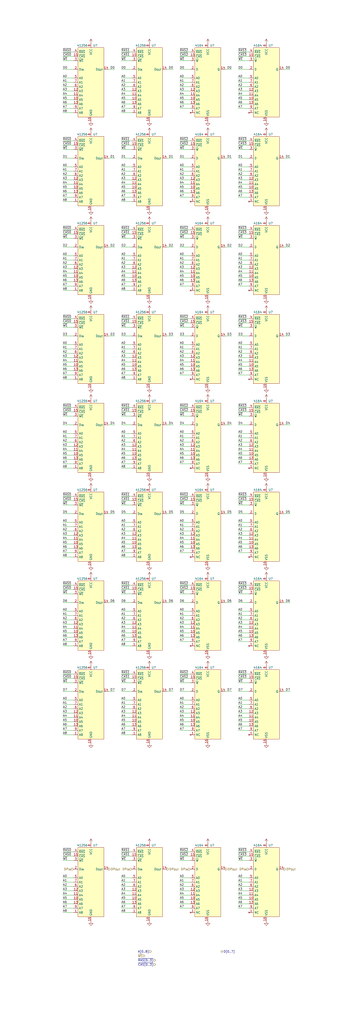
<source format=kicad_sch>
(kicad_sch (version 20211123) (generator eeschema)
  (paper "User" 200 599.999)
  (title_block (title "DRAM"))
  (wire (pts (xy 105.41 100.33) (xy 111.76 100.33)))
  (wire (pts (xy 36.83 300.99) (xy 43.18 300.99)))
  (wire (pts (xy 71.12 360.68) (xy 77.47 360.68)))
  (wire (pts (xy 105.41 321.31) (xy 111.76 321.31)))
  (wire (pts (xy 36.83 162.56) (xy 43.18 162.56)))
  (wire (pts (xy 139.7 154.94) (xy 146.05 154.94)))
  (wire (pts (xy 105.41 300.99) (xy 111.76 300.99)))
  (wire (pts (xy 71.12 134.62) (xy 77.47 134.62)))
  (wire (pts (xy 139.7 238.76) (xy 146.05 238.76)))
  (wire (pts (xy 71.12 293.37) (xy 77.47 293.37)))
  (wire (pts (xy 105.41 92.71) (xy 111.76 92.71)))
  (wire (pts (xy 105.41 516.89) (xy 111.76 516.89)))
  (wire (pts (xy 36.83 254) (xy 43.18 254)))
  (wire (pts (xy 36.83 157.48) (xy 43.18 157.48)))
  (wire (pts (xy 139.7 115.57) (xy 146.05 115.57)))
  (wire (pts (xy 105.41 318.77) (xy 111.76 318.77)))
  (wire (pts (xy 36.83 318.77) (xy 43.18 318.77)))
  (wire (pts (xy 105.41 139.7) (xy 111.76 139.7)))
  (wire (pts (xy 166.37 405.13) (xy 170.18 405.13)))
  (wire (pts (xy 139.7 113.03) (xy 146.05 113.03)))
  (wire (pts (xy 139.7 427.99) (xy 146.05 427.99)))
  (wire (pts (xy 105.41 410.21) (xy 111.76 410.21)))
  (wire (pts (xy 105.41 115.57) (xy 111.76 115.57)))
  (wire (pts (xy 139.7 256.54) (xy 146.05 256.54)))
  (wire (pts (xy 36.83 53.34) (xy 43.18 53.34)))
  (wire (pts (xy 139.7 516.89) (xy 146.05 516.89)))
  (wire (pts (xy 139.7 318.77) (xy 146.05 318.77)))
  (wire (pts (xy 97.79 405.13) (xy 101.6 405.13)))
  (wire (pts (xy 139.7 300.99) (xy 146.05 300.99)))
  (wire (pts (xy 71.12 186.69) (xy 77.47 186.69)))
  (wire (pts (xy 139.7 48.26) (xy 146.05 48.26)))
  (wire (pts (xy 166.37 40.64) (xy 170.18 40.64)))
  (wire (pts (xy 139.7 191.77) (xy 146.05 191.77)))
  (wire (pts (xy 105.41 290.83) (xy 111.76 290.83)))
  (wire (pts (xy 71.12 191.77) (xy 77.47 191.77)))
  (wire (pts (xy 139.7 410.21) (xy 146.05 410.21)))
  (wire (pts (xy 105.41 373.38) (xy 111.76 373.38)))
  (wire (pts (xy 139.7 514.35) (xy 146.05 514.35)))
  (wire (pts (xy 36.83 201.93) (xy 43.18 201.93)))
  (wire (pts (xy 36.83 149.86) (xy 43.18 149.86)))
  (wire (pts (xy 105.41 162.56) (xy 111.76 162.56)))
  (wire (pts (xy 71.12 534.67) (xy 77.47 534.67)))
  (wire (pts (xy 139.7 295.91) (xy 146.05 295.91)))
  (wire (pts (xy 166.37 353.06) (xy 170.18 353.06)))
  (wire (pts (xy 71.12 425.45) (xy 77.47 425.45)))
  (wire (pts (xy 139.7 35.56) (xy 146.05 35.56)))
  (wire (pts (xy 139.7 82.55) (xy 146.05 82.55)))
  (wire (pts (xy 105.41 30.48) (xy 111.76 30.48)))
  (wire (pts (xy 71.12 516.89) (xy 77.47 516.89)))
  (wire (pts (xy 71.12 154.94) (xy 77.47 154.94)))
  (wire (pts (xy 105.41 323.85) (xy 111.76 323.85)))
  (wire (pts (xy 36.83 100.33) (xy 43.18 100.33)))
  (wire (pts (xy 105.41 45.72) (xy 111.76 45.72)))
  (wire (pts (xy 36.83 342.9) (xy 43.18 342.9)))
  (wire (pts (xy 105.41 342.9) (xy 111.76 342.9)))
  (wire (pts (xy 105.41 519.43) (xy 111.76 519.43)))
  (wire (pts (xy 105.41 254) (xy 111.76 254)))
  (wire (pts (xy 36.83 501.65) (xy 43.18 501.65)))
  (wire (pts (xy 105.41 524.51) (xy 111.76 524.51)))
  (wire (pts (xy 105.41 259.08) (xy 111.76 259.08)))
  (wire (pts (xy 105.41 63.5) (xy 111.76 63.5)))
  (wire (pts (xy 105.41 422.91) (xy 111.76 422.91)))
  (wire (pts (xy 71.12 196.85) (xy 77.47 196.85)))
  (wire (pts (xy 36.83 521.97) (xy 43.18 521.97)))
  (wire (pts (xy 36.83 326.39) (xy 43.18 326.39)))
  (wire (pts (xy 71.12 311.15) (xy 77.47 311.15)))
  (wire (pts (xy 132.08 405.13) (xy 135.89 405.13)))
  (wire (pts (xy 105.41 48.26) (xy 111.76 48.26)))
  (wire (pts (xy 139.7 107.95) (xy 146.05 107.95)))
  (wire (pts (xy 105.41 269.24) (xy 111.76 269.24)))
  (wire (pts (xy 71.12 529.59) (xy 77.47 529.59)))
  (wire (pts (xy 36.83 55.88) (xy 43.18 55.88)))
  (wire (pts (xy 139.7 375.92) (xy 146.05 375.92)))
  (wire (pts (xy 105.41 189.23) (xy 111.76 189.23)))
  (wire (pts (xy 36.83 266.7) (xy 43.18 266.7)))
  (wire (pts (xy 71.12 415.29) (xy 77.47 415.29)))
  (wire (pts (xy 71.12 48.26) (xy 77.47 48.26)))
  (wire (pts (xy 71.12 66.04) (xy 77.47 66.04)))
  (wire (pts (xy 139.7 271.78) (xy 146.05 271.78)))
  (wire (pts (xy 36.83 139.7) (xy 43.18 139.7)))
  (wire (pts (xy 105.41 55.88) (xy 111.76 55.88)))
  (wire (pts (xy 139.7 519.43) (xy 146.05 519.43)))
  (wire (pts (xy 71.12 102.87) (xy 77.47 102.87)))
  (wire (pts (xy 139.7 209.55) (xy 146.05 209.55)))
  (wire (pts (xy 36.83 152.4) (xy 43.18 152.4)))
  (wire (pts (xy 71.12 342.9) (xy 77.47 342.9)))
  (wire (pts (xy 132.08 144.78) (xy 135.89 144.78)))
  (wire (pts (xy 36.83 323.85) (xy 43.18 323.85)))
  (wire (pts (xy 36.83 363.22) (xy 43.18 363.22)))
  (wire (pts (xy 71.12 241.3) (xy 77.47 241.3)))
  (wire (pts (xy 139.7 214.63) (xy 146.05 214.63)))
  (wire (pts (xy 105.41 58.42) (xy 111.76 58.42)))
  (wire (pts (xy 71.12 430.53) (xy 77.47 430.53)))
  (wire (pts (xy 139.7 313.69) (xy 146.05 313.69)))
  (wire (pts (xy 36.83 311.15) (xy 43.18 311.15)))
  (wire (pts (xy 63.5 144.78) (xy 67.31 144.78)))
  (wire (pts (xy 71.12 33.02) (xy 77.47 33.02)))
  (wire (pts (xy 71.12 207.01) (xy 77.47 207.01)))
  (wire (pts (xy 105.41 144.78) (xy 111.76 144.78)))
  (wire (pts (xy 71.12 189.23) (xy 77.47 189.23)))
  (wire (pts (xy 71.12 254) (xy 77.47 254)))
  (wire (pts (xy 36.83 243.84) (xy 43.18 243.84)))
  (wire (pts (xy 36.83 527.05) (xy 43.18 527.05)))
  (wire (pts (xy 105.41 219.71) (xy 111.76 219.71)))
  (wire (pts (xy 71.12 160.02) (xy 77.47 160.02)))
  (wire (pts (xy 71.12 363.22) (xy 77.47 363.22)))
  (wire (pts (xy 139.7 92.71) (xy 146.05 92.71)))
  (wire (pts (xy 139.7 50.8) (xy 146.05 50.8)))
  (wire (pts (xy 105.41 308.61) (xy 111.76 308.61)))
  (wire (pts (xy 71.12 107.95) (xy 77.47 107.95)))
  (wire (pts (xy 105.41 514.35) (xy 111.76 514.35)))
  (wire (pts (xy 105.41 313.69) (xy 111.76 313.69)))
  (wire (pts (xy 97.79 92.71) (xy 101.6 92.71)))
  (wire (pts (xy 105.41 152.4) (xy 111.76 152.4)))
  (wire (pts (xy 63.5 196.85) (xy 67.31 196.85)))
  (wire (pts (xy 71.12 410.21) (xy 77.47 410.21)))
  (wire (pts (xy 36.83 316.23) (xy 43.18 316.23)))
  (wire (pts (xy 71.12 427.99) (xy 77.47 427.99)))
  (wire (pts (xy 139.7 420.37) (xy 146.05 420.37)))
  (wire (pts (xy 36.83 313.69) (xy 43.18 313.69)))
  (wire (pts (xy 105.41 425.45) (xy 111.76 425.45)))
  (wire (pts (xy 105.41 217.17) (xy 111.76 217.17)))
  (wire (pts (xy 132.08 248.92) (xy 135.89 248.92)))
  (wire (pts (xy 36.83 97.79) (xy 43.18 97.79)))
  (wire (pts (xy 71.12 370.84) (xy 77.47 370.84)))
  (wire (pts (xy 139.7 323.85) (xy 146.05 323.85)))
  (wire (pts (xy 71.12 201.93) (xy 77.47 201.93)))
  (wire (pts (xy 36.83 514.35) (xy 43.18 514.35)))
  (wire (pts (xy 36.83 40.64) (xy 43.18 40.64)))
  (wire (pts (xy 132.08 40.64) (xy 135.89 40.64)))
  (wire (pts (xy 105.41 394.97) (xy 111.76 394.97)))
  (wire (pts (xy 105.41 353.06) (xy 111.76 353.06)))
  (wire (pts (xy 36.83 529.59) (xy 43.18 529.59)))
  (wire (pts (xy 139.7 417.83) (xy 146.05 417.83)))
  (wire (pts (xy 36.83 50.8) (xy 43.18 50.8)))
  (wire (pts (xy 71.12 422.91) (xy 77.47 422.91)))
  (wire (pts (xy 105.41 427.99) (xy 111.76 427.99)))
  (wire (pts (xy 139.7 204.47) (xy 146.05 204.47)))
  (wire (pts (xy 105.41 35.56) (xy 111.76 35.56)))
  (wire (pts (xy 97.79 248.92) (xy 101.6 248.92)))
  (wire (pts (xy 139.7 217.17) (xy 146.05 217.17)))
  (wire (pts (xy 36.83 347.98) (xy 43.18 347.98)))
  (wire (pts (xy 139.7 55.88) (xy 146.05 55.88)))
  (wire (pts (xy 36.83 295.91) (xy 43.18 295.91)))
  (wire (pts (xy 36.83 33.02) (xy 43.18 33.02)))
  (wire (pts (xy 139.7 316.23) (xy 146.05 316.23)))
  (wire (pts (xy 105.41 214.63) (xy 111.76 214.63)))
  (wire (pts (xy 36.83 110.49) (xy 43.18 110.49)))
  (wire (pts (xy 139.7 63.5) (xy 146.05 63.5)))
  (wire (pts (xy 71.12 345.44) (xy 77.47 345.44)))
  (wire (pts (xy 105.41 201.93) (xy 111.76 201.93)))
  (wire (pts (xy 71.12 397.51) (xy 77.47 397.51)))
  (wire (pts (xy 71.12 209.55) (xy 77.47 209.55)))
  (wire (pts (xy 36.83 160.02) (xy 43.18 160.02)))
  (wire (pts (xy 105.41 397.51) (xy 111.76 397.51)))
  (wire (pts (xy 36.83 165.1) (xy 43.18 165.1)))
  (wire (pts (xy 71.12 157.48) (xy 77.47 157.48)))
  (wire (pts (xy 105.41 110.49) (xy 111.76 110.49)))
  (wire (pts (xy 139.7 368.3) (xy 146.05 368.3)))
  (wire (pts (xy 71.12 368.3) (xy 77.47 368.3)))
  (wire (pts (xy 105.41 167.64) (xy 111.76 167.64)))
  (wire (pts (xy 71.12 85.09) (xy 77.47 85.09)))
  (wire (pts (xy 139.7 33.02) (xy 146.05 33.02)))
  (wire (pts (xy 36.83 87.63) (xy 43.18 87.63)))
  (wire (pts (xy 71.12 82.55) (xy 77.47 82.55)))
  (wire (pts (xy 36.83 370.84) (xy 43.18 370.84)))
  (wire (pts (xy 105.41 113.03) (xy 111.76 113.03)))
  (wire (pts (xy 105.41 196.85) (xy 111.76 196.85)))
  (wire (pts (xy 105.41 33.02) (xy 111.76 33.02)))
  (wire (pts (xy 105.41 53.34) (xy 111.76 53.34)))
  (wire (pts (xy 105.41 105.41) (xy 111.76 105.41)))
  (wire (pts (xy 166.37 196.85) (xy 170.18 196.85)))
  (wire (pts (xy 139.7 345.44) (xy 146.05 345.44)))
  (wire (pts (xy 139.7 241.3) (xy 146.05 241.3)))
  (wire (pts (xy 139.7 308.61) (xy 146.05 308.61)))
  (wire (pts (xy 105.41 248.92) (xy 111.76 248.92)))
  (wire (pts (xy 105.41 82.55) (xy 111.76 82.55)))
  (wire (pts (xy 63.5 405.13) (xy 67.31 405.13)))
  (wire (pts (xy 105.41 261.62) (xy 111.76 261.62)))
  (wire (pts (xy 36.83 259.08) (xy 43.18 259.08)))
  (wire (pts (xy 36.83 269.24) (xy 43.18 269.24)))
  (wire (pts (xy 71.12 256.54) (xy 77.47 256.54)))
  (wire (pts (xy 105.41 40.64) (xy 111.76 40.64)))
  (wire (pts (xy 139.7 269.24) (xy 146.05 269.24)))
  (wire (pts (xy 105.41 271.78) (xy 111.76 271.78)))
  (wire (pts (xy 139.7 149.86) (xy 146.05 149.86)))
  (wire (pts (xy 105.41 504.19) (xy 111.76 504.19)))
  (wire (pts (xy 63.5 353.06) (xy 67.31 353.06)))
  (wire (pts (xy 71.12 137.16) (xy 77.47 137.16)))
  (wire (pts (xy 71.12 238.76) (xy 77.47 238.76)))
  (wire (pts (xy 71.12 40.64) (xy 77.47 40.64)))
  (wire (pts (xy 71.12 326.39) (xy 77.47 326.39)))
  (wire (pts (xy 36.83 214.63) (xy 43.18 214.63)))
  (wire (pts (xy 139.7 266.7) (xy 146.05 266.7)))
  (wire (pts (xy 105.41 360.68) (xy 111.76 360.68)))
  (wire (pts (xy 71.12 524.51) (xy 77.47 524.51)))
  (wire (pts (xy 139.7 60.96) (xy 146.05 60.96)))
  (wire (pts (xy 71.12 300.99) (xy 77.47 300.99)))
  (wire (pts (xy 105.41 417.83) (xy 111.76 417.83)))
  (wire (pts (xy 71.12 248.92) (xy 77.47 248.92)))
  (wire (pts (xy 105.41 50.8) (xy 111.76 50.8)))
  (wire (pts (xy 63.5 300.99) (xy 67.31 300.99)))
  (wire (pts (xy 36.83 186.69) (xy 43.18 186.69)))
  (wire (pts (xy 166.37 92.71) (xy 170.18 92.71)))
  (wire (pts (xy 139.7 259.08) (xy 146.05 259.08)))
  (wire (pts (xy 105.41 204.47) (xy 111.76 204.47)))
  (wire (pts (xy 132.08 353.06) (xy 135.89 353.06)))
  (wire (pts (xy 97.79 40.64) (xy 101.6 40.64)))
  (wire (pts (xy 71.12 217.17) (xy 77.47 217.17)))
  (wire (pts (xy 71.12 152.4) (xy 77.47 152.4)))
  (wire (pts (xy 36.83 365.76) (xy 43.18 365.76)))
  (wire (pts (xy 36.83 524.51) (xy 43.18 524.51)))
  (wire (pts (xy 71.12 318.77) (xy 77.47 318.77)))
  (wire (pts (xy 105.41 311.15) (xy 111.76 311.15)))
  (wire (pts (xy 71.12 105.41) (xy 77.47 105.41)))
  (wire (pts (xy 139.7 162.56) (xy 146.05 162.56)))
  (wire (pts (xy 71.12 149.86) (xy 77.47 149.86)))
  (wire (pts (xy 139.7 306.07) (xy 146.05 306.07)))
  (wire (pts (xy 139.7 422.91) (xy 146.05 422.91)))
  (wire (pts (xy 36.83 222.25) (xy 43.18 222.25)))
  (wire (pts (xy 105.41 97.79) (xy 111.76 97.79)))
  (wire (pts (xy 105.41 134.62) (xy 111.76 134.62)))
  (wire (pts (xy 71.12 261.62) (xy 77.47 261.62)))
  (wire (pts (xy 139.7 100.33) (xy 146.05 100.33)))
  (wire (pts (xy 71.12 420.37) (xy 77.47 420.37)))
  (wire (pts (xy 36.83 274.32) (xy 43.18 274.32)))
  (wire (pts (xy 71.12 527.05) (xy 77.47 527.05)))
  (wire (pts (xy 105.41 365.76) (xy 111.76 365.76)))
  (wire (pts (xy 36.83 167.64) (xy 43.18 167.64)))
  (wire (pts (xy 105.41 405.13) (xy 111.76 405.13)))
  (wire (pts (xy 36.83 35.56) (xy 43.18 35.56)))
  (wire (pts (xy 139.7 207.01) (xy 146.05 207.01)))
  (wire (pts (xy 71.12 519.43) (xy 77.47 519.43)))
  (wire (pts (xy 139.7 347.98) (xy 146.05 347.98)))
  (wire (pts (xy 36.83 420.37) (xy 43.18 420.37)))
  (wire (pts (xy 36.83 66.04) (xy 43.18 66.04)))
  (wire (pts (xy 105.41 149.86) (xy 111.76 149.86)))
  (wire (pts (xy 139.7 363.22) (xy 146.05 363.22)))
  (wire (pts (xy 36.83 118.11) (xy 43.18 118.11)))
  (wire (pts (xy 36.83 219.71) (xy 43.18 219.71)))
  (wire (pts (xy 139.7 30.48) (xy 146.05 30.48)))
  (wire (pts (xy 36.83 516.89) (xy 43.18 516.89)))
  (wire (pts (xy 105.41 499.11) (xy 111.76 499.11)))
  (wire (pts (xy 139.7 139.7) (xy 146.05 139.7)))
  (wire (pts (xy 139.7 254) (xy 146.05 254)))
  (wire (pts (xy 36.83 191.77) (xy 43.18 191.77)))
  (wire (pts (xy 71.12 400.05) (xy 77.47 400.05)))
  (wire (pts (xy 36.83 405.13) (xy 43.18 405.13)))
  (wire (pts (xy 139.7 152.4) (xy 146.05 152.4)))
  (wire (pts (xy 139.7 370.84) (xy 146.05 370.84)))
  (wire (pts (xy 105.41 368.3) (xy 111.76 368.3)))
  (wire (pts (xy 71.12 97.79) (xy 77.47 97.79)))
  (wire (pts (xy 36.83 170.18) (xy 43.18 170.18)))
  (wire (pts (xy 36.83 115.57) (xy 43.18 115.57)))
  (wire (pts (xy 71.12 35.56) (xy 77.47 35.56)))
  (wire (pts (xy 71.12 113.03) (xy 77.47 113.03)))
  (wire (pts (xy 71.12 290.83) (xy 77.47 290.83)))
  (wire (pts (xy 71.12 504.19) (xy 77.47 504.19)))
  (wire (pts (xy 105.41 345.44) (xy 111.76 345.44)))
  (wire (pts (xy 105.41 400.05) (xy 111.76 400.05)))
  (wire (pts (xy 36.83 217.17) (xy 43.18 217.17)))
  (wire (pts (xy 71.12 378.46) (xy 77.47 378.46)))
  (wire (pts (xy 71.12 87.63) (xy 77.47 87.63)))
  (wire (pts (xy 36.83 189.23) (xy 43.18 189.23)))
  (wire (pts (xy 36.83 321.31) (xy 43.18 321.31)))
  (wire (pts (xy 36.83 113.03) (xy 43.18 113.03)))
  (wire (pts (xy 71.12 353.06) (xy 77.47 353.06)))
  (wire (pts (xy 105.41 209.55) (xy 111.76 209.55)))
  (wire (pts (xy 36.83 82.55) (xy 43.18 82.55)))
  (wire (pts (xy 132.08 196.85) (xy 135.89 196.85)))
  (wire (pts (xy 139.7 160.02) (xy 146.05 160.02)))
  (wire (pts (xy 36.83 238.76) (xy 43.18 238.76)))
  (wire (pts (xy 139.7 360.68) (xy 146.05 360.68)))
  (wire (pts (xy 105.41 241.3) (xy 111.76 241.3)))
  (wire (pts (xy 139.7 110.49) (xy 146.05 110.49)))
  (wire (pts (xy 36.83 504.19) (xy 43.18 504.19)))
  (wire (pts (xy 105.41 85.09) (xy 111.76 85.09)))
  (wire (pts (xy 105.41 370.84) (xy 111.76 370.84)))
  (wire (pts (xy 36.83 375.92) (xy 43.18 375.92)))
  (wire (pts (xy 139.7 342.9) (xy 146.05 342.9)))
  (wire (pts (xy 139.7 373.38) (xy 146.05 373.38)))
  (wire (pts (xy 71.12 308.61) (xy 77.47 308.61)))
  (wire (pts (xy 166.37 248.92) (xy 170.18 248.92)))
  (wire (pts (xy 36.83 397.51) (xy 43.18 397.51)))
  (wire (pts (xy 71.12 405.13) (xy 77.47 405.13)))
  (wire (pts (xy 71.12 45.72) (xy 77.47 45.72)))
  (wire (pts (xy 36.83 293.37) (xy 43.18 293.37)))
  (wire (pts (xy 105.41 375.92) (xy 111.76 375.92)))
  (wire (pts (xy 36.83 412.75) (xy 43.18 412.75)))
  (wire (pts (xy 105.41 316.23) (xy 111.76 316.23)))
  (wire (pts (xy 71.12 212.09) (xy 77.47 212.09)))
  (wire (pts (xy 139.7 293.37) (xy 146.05 293.37)))
  (wire (pts (xy 36.83 107.95) (xy 43.18 107.95)))
  (wire (pts (xy 139.7 189.23) (xy 146.05 189.23)))
  (wire (pts (xy 71.12 266.7) (xy 77.47 266.7)))
  (wire (pts (xy 139.7 529.59) (xy 146.05 529.59)))
  (wire (pts (xy 97.79 144.78) (xy 101.6 144.78)))
  (wire (pts (xy 139.7 105.41) (xy 146.05 105.41)))
  (wire (pts (xy 139.7 212.09) (xy 146.05 212.09)))
  (wire (pts (xy 105.41 293.37) (xy 111.76 293.37)))
  (wire (pts (xy 139.7 45.72) (xy 146.05 45.72)))
  (wire (pts (xy 36.83 400.05) (xy 43.18 400.05)))
  (wire (pts (xy 36.83 345.44) (xy 43.18 345.44)))
  (wire (pts (xy 71.12 271.78) (xy 77.47 271.78)))
  (wire (pts (xy 71.12 165.1) (xy 77.47 165.1)))
  (wire (pts (xy 36.83 248.92) (xy 43.18 248.92)))
  (wire (pts (xy 71.12 58.42) (xy 77.47 58.42)))
  (wire (pts (xy 36.83 261.62) (xy 43.18 261.62)))
  (wire (pts (xy 139.7 397.51) (xy 146.05 397.51)))
  (wire (pts (xy 139.7 40.64) (xy 146.05 40.64)))
  (wire (pts (xy 71.12 365.76) (xy 77.47 365.76)))
  (wire (pts (xy 71.12 323.85) (xy 77.47 323.85)))
  (wire (pts (xy 36.83 353.06) (xy 43.18 353.06)))
  (wire (pts (xy 71.12 514.35) (xy 77.47 514.35)))
  (wire (pts (xy 36.83 271.78) (xy 43.18 271.78)))
  (wire (pts (xy 71.12 60.96) (xy 77.47 60.96)))
  (wire (pts (xy 36.83 534.67) (xy 43.18 534.67)))
  (wire (pts (xy 71.12 316.23) (xy 77.47 316.23)))
  (wire (pts (xy 139.7 186.69) (xy 146.05 186.69)))
  (wire (pts (xy 71.12 358.14) (xy 77.47 358.14)))
  (wire (pts (xy 71.12 53.34) (xy 77.47 53.34)))
  (wire (pts (xy 71.12 139.7) (xy 77.47 139.7)))
  (wire (pts (xy 71.12 274.32) (xy 77.47 274.32)))
  (wire (pts (xy 36.83 204.47) (xy 43.18 204.47)))
  (wire (pts (xy 105.41 501.65) (xy 111.76 501.65)))
  (wire (pts (xy 71.12 321.31) (xy 77.47 321.31)))
  (wire (pts (xy 36.83 360.68) (xy 43.18 360.68)))
  (wire (pts (xy 139.7 405.13) (xy 146.05 405.13)))
  (wire (pts (xy 36.83 134.62) (xy 43.18 134.62)))
  (wire (pts (xy 36.83 264.16) (xy 43.18 264.16)))
  (wire (pts (xy 105.41 266.7) (xy 111.76 266.7)))
  (wire (pts (xy 139.7 394.97) (xy 146.05 394.97)))
  (wire (pts (xy 36.83 45.72) (xy 43.18 45.72)))
  (wire (pts (xy 105.41 157.48) (xy 111.76 157.48)))
  (wire (pts (xy 36.83 58.42) (xy 43.18 58.42)))
  (wire (pts (xy 36.83 105.41) (xy 43.18 105.41)))
  (wire (pts (xy 36.83 256.54) (xy 43.18 256.54)))
  (wire (pts (xy 36.83 30.48) (xy 43.18 30.48)))
  (wire (pts (xy 71.12 162.56) (xy 77.47 162.56)))
  (wire (pts (xy 139.7 321.31) (xy 146.05 321.31)))
  (wire (pts (xy 139.7 358.14) (xy 146.05 358.14)))
  (wire (pts (xy 105.41 60.96) (xy 111.76 60.96)))
  (wire (pts (xy 139.7 134.62) (xy 146.05 134.62)))
  (wire (pts (xy 36.83 373.38) (xy 43.18 373.38)))
  (wire (pts (xy 71.12 347.98) (xy 77.47 347.98)))
  (wire (pts (xy 36.83 410.21) (xy 43.18 410.21)))
  (wire (pts (xy 139.7 58.42) (xy 146.05 58.42)))
  (wire (pts (xy 105.41 160.02) (xy 111.76 160.02)))
  (wire (pts (xy 105.41 243.84) (xy 111.76 243.84)))
  (wire (pts (xy 71.12 521.97) (xy 77.47 521.97)))
  (wire (pts (xy 36.83 207.01) (xy 43.18 207.01)))
  (wire (pts (xy 105.41 527.05) (xy 111.76 527.05)))
  (wire (pts (xy 71.12 100.33) (xy 77.47 100.33)))
  (wire (pts (xy 105.41 529.59) (xy 111.76 529.59)))
  (wire (pts (xy 139.7 425.45) (xy 146.05 425.45)))
  (wire (pts (xy 36.83 427.99) (xy 43.18 427.99)))
  (wire (pts (xy 36.83 378.46) (xy 43.18 378.46)))
  (wire (pts (xy 139.7 527.05) (xy 146.05 527.05)))
  (wire (pts (xy 132.08 92.71) (xy 135.89 92.71)))
  (wire (pts (xy 166.37 300.99) (xy 170.18 300.99)))
  (wire (pts (xy 36.83 290.83) (xy 43.18 290.83)))
  (wire (pts (xy 36.83 415.29) (xy 43.18 415.29)))
  (wire (pts (xy 71.12 373.38) (xy 77.47 373.38)))
  (wire (pts (xy 139.7 521.97) (xy 146.05 521.97)))
  (wire (pts (xy 105.41 154.94) (xy 111.76 154.94)))
  (wire (pts (xy 139.7 85.09) (xy 146.05 85.09)))
  (wire (pts (xy 71.12 222.25) (xy 77.47 222.25)))
  (wire (pts (xy 71.12 204.47) (xy 77.47 204.47)))
  (wire (pts (xy 71.12 55.88) (xy 77.47 55.88)))
  (wire (pts (xy 71.12 170.18) (xy 77.47 170.18)))
  (wire (pts (xy 36.83 417.83) (xy 43.18 417.83)))
  (wire (pts (xy 63.5 40.64) (xy 67.31 40.64)))
  (wire (pts (xy 71.12 243.84) (xy 77.47 243.84)))
  (wire (pts (xy 105.41 306.07) (xy 111.76 306.07)))
  (wire (pts (xy 36.83 368.3) (xy 43.18 368.3)))
  (wire (pts (xy 71.12 412.75) (xy 77.47 412.75)))
  (wire (pts (xy 71.12 259.08) (xy 77.47 259.08)))
  (wire (pts (xy 36.83 422.91) (xy 43.18 422.91)))
  (wire (pts (xy 36.83 306.07) (xy 43.18 306.07)))
  (wire (pts (xy 139.7 504.19) (xy 146.05 504.19)))
  (wire (pts (xy 71.12 50.8) (xy 77.47 50.8)))
  (wire (pts (xy 71.12 115.57) (xy 77.47 115.57)))
  (wire (pts (xy 139.7 167.64) (xy 146.05 167.64)))
  (wire (pts (xy 71.12 295.91) (xy 77.47 295.91)))
  (wire (pts (xy 139.7 290.83) (xy 146.05 290.83)))
  (wire (pts (xy 36.83 85.09) (xy 43.18 85.09)))
  (wire (pts (xy 36.83 209.55) (xy 43.18 209.55)))
  (wire (pts (xy 139.7 97.79) (xy 146.05 97.79)))
  (wire (pts (xy 139.7 524.51) (xy 146.05 524.51)))
  (wire (pts (xy 139.7 243.84) (xy 146.05 243.84)))
  (wire (pts (xy 36.83 137.16) (xy 43.18 137.16)))
  (wire (pts (xy 139.7 102.87) (xy 146.05 102.87)))
  (wire (pts (xy 166.37 144.78) (xy 170.18 144.78)))
  (wire (pts (xy 105.41 264.16) (xy 111.76 264.16)))
  (wire (pts (xy 105.41 420.37) (xy 111.76 420.37)))
  (wire (pts (xy 105.41 102.87) (xy 111.76 102.87)))
  (wire (pts (xy 139.7 264.16) (xy 146.05 264.16)))
  (wire (pts (xy 71.12 264.16) (xy 77.47 264.16)))
  (wire (pts (xy 105.41 363.22) (xy 111.76 363.22)))
  (wire (pts (xy 71.12 144.78) (xy 77.47 144.78)))
  (wire (pts (xy 36.83 241.3) (xy 43.18 241.3)))
  (wire (pts (xy 36.83 308.61) (xy 43.18 308.61)))
  (wire (pts (xy 36.83 394.97) (xy 43.18 394.97)))
  (wire (pts (xy 139.7 532.13) (xy 146.05 532.13)))
  (wire (pts (xy 63.5 92.71) (xy 67.31 92.71)))
  (wire (pts (xy 71.12 214.63) (xy 77.47 214.63)))
  (wire (pts (xy 105.41 256.54) (xy 111.76 256.54)))
  (wire (pts (xy 71.12 313.69) (xy 77.47 313.69)))
  (wire (pts (xy 71.12 499.11) (xy 77.47 499.11)))
  (wire (pts (xy 139.7 400.05) (xy 146.05 400.05)))
  (wire (pts (xy 105.41 238.76) (xy 111.76 238.76)))
  (wire (pts (xy 97.79 196.85) (xy 101.6 196.85)))
  (wire (pts (xy 36.83 358.14) (xy 43.18 358.14)))
  (wire (pts (xy 139.7 248.92) (xy 146.05 248.92)))
  (wire (pts (xy 105.41 521.97) (xy 111.76 521.97)))
  (wire (pts (xy 97.79 353.06) (xy 101.6 353.06)))
  (wire (pts (xy 105.41 532.13) (xy 111.76 532.13)))
  (wire (pts (xy 63.5 248.92) (xy 67.31 248.92)))
  (wire (pts (xy 36.83 63.5) (xy 43.18 63.5)))
  (wire (pts (xy 105.41 186.69) (xy 111.76 186.69)))
  (wire (pts (xy 36.83 425.45) (xy 43.18 425.45)))
  (wire (pts (xy 36.83 60.96) (xy 43.18 60.96)))
  (wire (pts (xy 139.7 311.15) (xy 146.05 311.15)))
  (wire (pts (xy 36.83 48.26) (xy 43.18 48.26)))
  (wire (pts (xy 105.41 358.14) (xy 111.76 358.14)))
  (wire (pts (xy 36.83 154.94) (xy 43.18 154.94)))
  (wire (pts (xy 71.12 269.24) (xy 77.47 269.24)))
  (wire (pts (xy 71.12 532.13) (xy 77.47 532.13)))
  (wire (pts (xy 139.7 157.48) (xy 146.05 157.48)))
  (wire (pts (xy 105.41 412.75) (xy 111.76 412.75)))
  (wire (pts (xy 139.7 499.11) (xy 146.05 499.11)))
  (wire (pts (xy 71.12 394.97) (xy 77.47 394.97)))
  (wire (pts (xy 71.12 118.11) (xy 77.47 118.11)))
  (wire (pts (xy 71.12 219.71) (xy 77.47 219.71)))
  (wire (pts (xy 139.7 87.63) (xy 146.05 87.63)))
  (wire (pts (xy 105.41 165.1) (xy 111.76 165.1)))
  (wire (pts (xy 105.41 415.29) (xy 111.76 415.29)))
  (wire (pts (xy 71.12 375.92) (xy 77.47 375.92)))
  (wire (pts (xy 139.7 501.65) (xy 146.05 501.65)))
  (wire (pts (xy 36.83 102.87) (xy 43.18 102.87)))
  (wire (pts (xy 71.12 92.71) (xy 77.47 92.71)))
  (wire (pts (xy 139.7 53.34) (xy 146.05 53.34)))
  (wire (pts (xy 139.7 365.76) (xy 146.05 365.76)))
  (wire (pts (xy 71.12 501.65) (xy 77.47 501.65)))
  (wire (pts (xy 139.7 219.71) (xy 146.05 219.71)))
  (wire (pts (xy 105.41 107.95) (xy 111.76 107.95)))
  (wire (pts (xy 36.83 430.53) (xy 43.18 430.53)))
  (wire (pts (xy 105.41 212.09) (xy 111.76 212.09)))
  (wire (pts (xy 71.12 167.64) (xy 77.47 167.64)))
  (wire (pts (xy 139.7 165.1) (xy 146.05 165.1)))
  (wire (pts (xy 71.12 306.07) (xy 77.47 306.07)))
  (wire (pts (xy 71.12 63.5) (xy 77.47 63.5)))
  (wire (pts (xy 36.83 532.13) (xy 43.18 532.13)))
  (wire (pts (xy 139.7 137.16) (xy 146.05 137.16)))
  (wire (pts (xy 105.41 347.98) (xy 111.76 347.98)))
  (wire (pts (xy 71.12 30.48) (xy 77.47 30.48)))
  (wire (pts (xy 139.7 412.75) (xy 146.05 412.75)))
  (wire (pts (xy 36.83 196.85) (xy 43.18 196.85)))
  (wire (pts (xy 132.08 300.99) (xy 135.89 300.99)))
  (wire (pts (xy 139.7 261.62) (xy 146.05 261.62)))
  (wire (pts (xy 139.7 144.78) (xy 146.05 144.78)))
  (wire (pts (xy 36.83 519.43) (xy 43.18 519.43)))
  (wire (pts (xy 97.79 300.99) (xy 101.6 300.99)))
  (wire (pts (xy 139.7 353.06) (xy 146.05 353.06)))
  (wire (pts (xy 139.7 415.29) (xy 146.05 415.29)))
  (wire (pts (xy 36.83 499.11) (xy 43.18 499.11)))
  (wire (pts (xy 139.7 196.85) (xy 146.05 196.85)))
  (wire (pts (xy 105.41 87.63) (xy 111.76 87.63)))
  (wire (pts (xy 105.41 207.01) (xy 111.76 207.01)))
  (wire (pts (xy 71.12 110.49) (xy 77.47 110.49)))
  (wire (pts (xy 36.83 212.09) (xy 43.18 212.09)))
  (wire (pts (xy 105.41 191.77) (xy 111.76 191.77)))
  (wire (pts (xy 139.7 201.93) (xy 146.05 201.93)))
  (wire (pts (xy 36.83 92.71) (xy 43.18 92.71)))
  (wire (pts (xy 105.41 295.91) (xy 111.76 295.91)))
  (wire (pts (xy 71.12 417.83) (xy 77.47 417.83)))
  (wire (pts (xy 36.83 144.78) (xy 43.18 144.78)))
  (wire (pts (xy 105.41 137.16) (xy 111.76 137.16)))
  (label "A5" (at 71.12 214.63 0))
  (label "~{WE}" (at 139.7 35.56 0))
  (label "A4" (at 139.7 107.95 0))
  (label "~{WE}" (at 71.12 295.91 0))
  (label "D7" (at 135.89 405.13 180))
  (label "D5" (at 36.83 300.99 0))
  (label "A2" (at 36.83 259.08 0))
  (label "~{RAS0}" (at 36.83 82.55 0))
  (label "A1" (at 71.12 152.4 0))
  (label "~{RAS0}" (at 36.83 394.97 0))
  (label "~{CAS3}" (at 139.7 397.51 0))
  (label "A5" (at 36.83 162.56 0))
  (label "A1" (at 139.7 256.54 0))
  (label "~{CAS3}" (at 139.7 33.02 0))
  (label "A1" (at 71.12 256.54 0))
  (label "A2" (at 139.7 415.29 0))
  (label "~{CAS1}" (at 71.12 293.37 0))
  (label "A5" (at 105.41 214.63 0))
  (label "~{CAS1}" (at 71.12 85.09 0))
  (label "D3" (at 71.12 196.85 0))
  (label "A3" (at 105.41 261.62 0))
  (label "A1" (at 105.41 516.89 0))
  (label "A7" (at 71.12 219.71 0))
  (label "A2" (at 105.41 50.8 0))
  (label "A2" (at 139.7 363.22 0))
  (label "A3" (at 139.7 209.55 0))
  (label "D0" (at 71.12 40.64 0))
  (label "A8" (at 36.83 222.25 0))
  (label "A4" (at 105.41 420.37 0))
  (label "D6" (at 71.12 353.06 0))
  (label "D0" (at 170.18 40.64 180))
  (label "~{RAS2}" (at 105.41 134.62 0))
  (label "A1" (at 36.83 256.54 0))
  (label "~{RAS2}" (at 105.41 394.97 0))
  (label "A3" (at 139.7 157.48 0))
  (label "A6" (at 105.41 321.31 0))
  (label "A3" (at 139.7 261.62 0))
  (label "A7" (at 71.12 375.92 0))
  (label "A5" (at 105.41 58.42 0))
  (label "A7" (at 105.41 167.64 0))
  (label "A0" (at 36.83 514.35 0))
  (label "A5" (at 36.83 58.42 0))
  (label "D2" (at 67.31 144.78 180))
  (label "~{CAS0}" (at 36.83 501.65 0))
  (label "A6" (at 36.83 425.45 0))
  (label "A1" (at 71.12 412.75 0))
  (label "~{RAS3}" (at 139.7 134.62 0))
  (label "D3" (at 139.7 196.85 0))
  (label "D4" (at 101.6 248.92 180))
  (label "D4" (at 67.31 248.92 180))
  (label "D7" (at 71.12 405.13 0))
  (label "A7" (at 105.41 271.78 0))
  (label "A7" (at 139.7 532.13 0))
  (label "~{RAS1}" (at 71.12 499.11 0))
  (label "~{WE}" (at 139.7 347.98 0))
  (label "A6" (at 36.83 60.96 0))
  (label "~{CAS0}" (at 36.83 293.37 0))
  (label "A2" (at 36.83 415.29 0))
  (label "A4" (at 105.41 160.02 0))
  (label "A1" (at 139.7 360.68 0))
  (label "A7" (at 71.12 63.5 0))
  (label "A3" (at 105.41 105.41 0))
  (label "A4" (at 139.7 160.02 0))
  (label "A3" (at 36.83 157.48 0))
  (label "A7" (at 71.12 271.78 0))
  (label "A5" (at 139.7 527.05 0))
  (label "A0" (at 71.12 201.93 0))
  (label "A1" (at 139.7 308.61 0))
  (label "~{WE}" (at 36.83 504.19 0))
  (label "A1" (at 36.83 100.33 0))
  (label "A6" (at 105.41 113.03 0))
  (label "D6" (at 36.83 353.06 0))
  (label "~{RAS0}" (at 36.83 290.83 0))
  (label "~{RAS3}" (at 139.7 342.9 0))
  (label "~{WE}" (at 36.83 295.91 0))
  (label "A0" (at 36.83 410.21 0))
  (label "A4" (at 105.41 55.88 0))
  (label "~{WE}" (at 139.7 87.63 0))
  (label "~{RAS1}" (at 71.12 186.69 0))
  (label "D2" (at 170.18 144.78 180))
  (label "A1" (at 105.41 360.68 0))
  (label "~{RAS1}" (at 71.12 290.83 0))
  (label "D7" (at 67.31 405.13 180))
  (label "A2" (at 139.7 102.87 0))
  (label "A1" (at 105.41 152.4 0))
  (label "A5" (at 71.12 58.42 0))
  (label "A6" (at 71.12 373.38 0))
  (label "~{WE}" (at 139.7 191.77 0))
  (label "A5" (at 139.7 266.7 0))
  (label "A4" (at 36.83 524.51 0))
  (label "A1" (at 139.7 48.26 0))
  (label "A7" (at 139.7 115.57 0))
  (label "A5" (at 139.7 162.56 0))
  (label "A8" (at 71.12 534.67 0))
  (label "A8" (at 36.83 430.53 0))
  (label "A0" (at 139.7 97.79 0))
  (label "A0" (at 105.41 254 0))
  (label "~{CAS3}" (at 139.7 85.09 0))
  (label "A3" (at 139.7 53.34 0))
  (label "A6" (at 71.12 529.59 0))
  (label "A4" (at 36.83 420.37 0))
  (label "D6" (at 101.6 353.06 180))
  (label "~{RAS3}" (at 139.7 290.83 0))
  (label "A6" (at 36.83 373.38 0))
  (label "A2" (at 36.83 311.15 0))
  (label "A0" (at 71.12 149.86 0))
  (label "A2" (at 71.12 363.22 0))
  (label "~{RAS1}" (at 71.12 134.62 0))
  (label "A0" (at 105.41 97.79 0))
  (label "A2" (at 36.83 207.01 0))
  (label "A1" (at 36.83 412.75 0))
  (label "A6" (at 139.7 425.45 0))
  (label "A3" (at 105.41 209.55 0))
  (label "D1" (at 36.83 92.71 0))
  (label "A7" (at 36.83 115.57 0))
  (label "A6" (at 36.83 321.31 0))
  (label "~{CAS2}" (at 105.41 345.44 0))
  (label "D3" (at 135.89 196.85 180))
  (label "A4" (at 36.83 264.16 0))
  (label "A4" (at 105.41 524.51 0))
  (label "D6" (at 170.18 353.06 180))
  (label "A3" (at 139.7 313.69 0))
  (label "~{CAS0}" (at 36.83 33.02 0))
  (label "A6" (at 71.12 165.1 0))
  (label "A3" (at 36.83 417.83 0))
  (label "~{RAS3}" (at 139.7 394.97 0))
  (label "A7" (at 105.41 427.99 0))
  (label "A6" (at 71.12 113.03 0))
  (label "D1" (at 135.89 92.71 180))
  (label "A4" (at 71.12 524.51 0))
  (label "D2" (at 105.41 144.78 0))
  (label "A1" (at 105.41 256.54 0))
  (label "A2" (at 36.83 154.94 0))
  (label "A6" (at 71.12 60.96 0))
  (label "A5" (at 105.41 422.91 0))
  (label "A2" (at 139.7 259.08 0))
  (label "A3" (at 36.83 313.69 0))
  (label "~{CAS1}" (at 71.12 345.44 0))
  (label "A5" (at 36.83 370.84 0))
  (label "~{WE}" (at 139.7 295.91 0))
  (label "A7" (at 139.7 375.92 0))
  (label "~{RAS0}" (at 36.83 186.69 0))
  (label "A7" (at 36.83 427.99 0))
  (label "A5" (at 105.41 162.56 0))
  (label "A2" (at 71.12 207.01 0))
  (label "A1" (at 36.83 204.47 0))
  (label "A1" (at 36.83 48.26 0))
  (label "D5" (at 105.41 300.99 0))
  (label "A6" (at 139.7 373.38 0))
  (label "D3" (at 67.31 196.85 180))
  (label "~{RAS2}" (at 105.41 290.83 0))
  (label "A1" (at 36.83 360.68 0))
  (label "A0" (at 139.7 254 0))
  (label "A7" (at 139.7 167.64 0))
  (label "A2" (at 105.41 207.01 0))
  (label "A0" (at 105.41 45.72 0))
  (label "A8" (at 71.12 118.11 0))
  (label "D1" (at 71.12 92.71 0))
  (label "A3" (at 36.83 521.97 0))
  (label "D4" (at 36.83 248.92 0))
  (label "A5" (at 71.12 527.05 0))
  (label "A7" (at 105.41 532.13 0))
  (label "A6" (at 36.83 165.1 0))
  (label "~{RAS1}" (at 71.12 30.48 0))
  (label "~{CAS0}" (at 36.83 189.23 0))
  (label "A4" (at 105.41 264.16 0))
  (label "A0" (at 36.83 254 0))
  (label "A5" (at 36.83 214.63 0))
  (label "A4" (at 105.41 368.3 0))
  (label "A2" (at 105.41 311.15 0))
  (label "A4" (at 36.83 212.09 0))
  (label "A1" (at 139.7 412.75 0))
  (label "~{CAS0}" (at 36.83 345.44 0))
  (label "A2" (at 105.41 363.22 0))
  (label "A4" (at 139.7 212.09 0))
  (label "A2" (at 71.12 102.87 0))
  (label "D0" (at 135.89 40.64 180))
  (label "A5" (at 139.7 214.63 0))
  (label "D0" (at 101.6 40.64 180))
  (label "A4" (at 36.83 316.23 0))
  (label "~{CAS3}" (at 139.7 345.44 0))
  (label "A8" (at 36.83 170.18 0))
  (label "A6" (at 139.7 60.96 0))
  (label "~{WE}" (at 71.12 191.77 0))
  (label "~{WE}" (at 36.83 400.05 0))
  (label "~{RAS1}" (at 71.12 238.76 0))
  (label "A1" (at 105.41 412.75 0))
  (label "A8" (at 36.83 534.67 0))
  (label "A0" (at 71.12 97.79 0))
  (label "A2" (at 71.12 259.08 0))
  (label "A1" (at 71.12 360.68 0))
  (label "A4" (at 36.83 55.88 0))
  (label "A7" (at 105.41 63.5 0))
  (label "~{WE}" (at 36.83 191.77 0))
  (label "D6" (at 67.31 353.06 180))
  (label "A0" (at 71.12 410.21 0))
  (label "A3" (at 71.12 365.76 0))
  (label "A3" (at 71.12 313.69 0))
  (label "A0" (at 36.83 358.14 0))
  (label "A0" (at 36.83 97.79 0))
  (label "~{RAS3}" (at 139.7 238.76 0))
  (label "A8" (at 36.83 326.39 0))
  (label "A5" (at 71.12 370.84 0))
  (label "A5" (at 36.83 318.77 0))
  (label "D7" (at 101.6 405.13 180))
  (label "A3" (at 71.12 521.97 0))
  (label "A7" (at 36.83 323.85 0))
  (label "A2" (at 36.83 519.43 0))
  (label "D4" (at 71.12 248.92 0))
  (label "D5" (at 135.89 300.99 180))
  (label "A0" (at 36.83 306.07 0))
  (label "~{RAS0}" (at 36.83 30.48 0))
  (label "~{CAS2}" (at 105.41 33.02 0))
  (label "A3" (at 71.12 157.48 0))
  (label "A5" (at 71.12 266.7 0))
  (label "A0" (at 71.12 358.14 0))
  (label "~{RAS2}" (at 105.41 499.11 0))
  (label "~{RAS2}" (at 105.41 238.76 0))
  (label "A5" (at 139.7 318.77 0))
  (label "D6" (at 139.7 353.06 0))
  (label "A5" (at 139.7 422.91 0))
  (label "A1" (at 139.7 152.4 0))
  (label "A7" (at 71.12 167.64 0))
  (label "A3" (at 105.41 417.83 0))
  (label "~{WE}" (at 139.7 504.19 0))
  (label "A2" (at 105.41 259.08 0))
  (label "~{RAS1}" (at 71.12 82.55 0))
  (label "A8" (at 71.12 170.18 0))
  (label "A3" (at 139.7 105.41 0))
  (label "A8" (at 71.12 326.39 0))
  (label "A0" (at 105.41 201.93 0))
  (label "~{WE}" (at 71.12 400.05 0))
  (label "A6" (at 105.41 60.96 0))
  (label "A0" (at 71.12 45.72 0))
  (label "A0" (at 105.41 306.07 0))
  (label "~{WE}" (at 36.83 139.7 0))
  (label "A3" (at 36.83 261.62 0))
  (label "~{WE}" (at 105.41 87.63 0))
  (label "A3" (at 139.7 365.76 0))
  (label "A5" (at 139.7 110.49 0))
  (label "~{CAS0}" (at 36.83 137.16 0))
  (label "~{RAS1}" (at 71.12 342.9 0))
  (label "A3" (at 105.41 365.76 0))
  (label "A7" (at 105.41 115.57 0))
  (label "A7" (at 139.7 271.78 0))
  (label "A7" (at 139.7 323.85 0))
  (label "A3" (at 36.83 209.55 0))
  (label "~{CAS1}" (at 71.12 397.51 0))
  (label "A1" (at 71.12 204.47 0))
  (label "~{WE}" (at 36.83 347.98 0))
  (label "A4" (at 139.7 55.88 0))
  (label "~{CAS2}" (at 105.41 85.09 0))
  (label "~{WE}" (at 71.12 139.7 0))
  (label "A6" (at 139.7 217.17 0))
  (label "~{CAS3}" (at 139.7 501.65 0))
  (label "A1" (at 105.41 204.47 0))
  (label "A7" (at 36.83 532.13 0))
  (label "~{WE}" (at 105.41 347.98 0))
  (label "D6" (at 135.89 353.06 180))
  (label "A2" (at 105.41 415.29 0))
  (label "A1" (at 139.7 204.47 0))
  (label "~{CAS1}" (at 71.12 33.02 0))
  (label "D1" (at 67.31 92.71 180))
  (label "A5" (at 105.41 110.49 0))
  (label "A4" (at 71.12 107.95 0))
  (label "~{CAS1}" (at 71.12 501.65 0))
  (label "A7" (at 36.83 219.71 0))
  (label "D3" (at 36.83 196.85 0))
  (label "A4" (at 139.7 264.16 0))
  (label "A1" (at 139.7 100.33 0))
  (label "A0" (at 71.12 306.07 0))
  (label "A2" (at 36.83 102.87 0))
  (label "A6" (at 71.12 321.31 0))
  (label "A6" (at 139.7 165.1 0))
  (label "A3" (at 36.83 365.76 0))
  (label "A1" (at 71.12 100.33 0))
  (label "~{RAS0}" (at 36.83 342.9 0))
  (label "A4" (at 139.7 316.23 0))
  (label "~{CAS3}" (at 139.7 137.16 0))
  (label "D3" (at 170.18 196.85 180))
  (label "A1" (at 139.7 516.89 0))
  (label "D3" (at 105.41 196.85 0))
  (label "D6" (at 105.41 353.06 0))
  (label "A1" (at 105.41 100.33 0))
  (label "~{CAS3}" (at 139.7 293.37 0))
  (label "A2" (at 71.12 519.43 0))
  (label "~{CAS0}" (at 36.83 241.3 0))
  (label "A3" (at 105.41 53.34 0))
  (label "A7" (at 36.83 63.5 0))
  (label "D5" (at 67.31 300.99 180))
  (label "A8" (at 36.83 378.46 0))
  (label "A7" (at 71.12 427.99 0))
  (label "A4" (at 105.41 316.23 0))
  (label "~{RAS2}" (at 105.41 342.9 0))
  (label "D3" (at 101.6 196.85 180))
  (label "A6" (at 71.12 217.17 0))
  (label "A0" (at 105.41 514.35 0))
  (label "A5" (at 105.41 370.84 0))
  (label "D5" (at 139.7 300.99 0))
  (label "A7" (at 105.41 219.71 0))
  (label "A2" (at 36.83 363.22 0))
  (label "~{WE}" (at 105.41 400.05 0))
  (label "A2" (at 139.7 154.94 0))
  (label "A8" (at 71.12 378.46 0))
  (label "~{RAS3}" (at 139.7 82.55 0))
  (label "~{CAS2}" (at 105.41 137.16 0))
  (label "A0" (at 139.7 306.07 0))
  (label "A8" (at 36.83 66.04 0))
  (label "A6" (at 71.12 269.24 0))
  (label "A3" (at 71.12 53.34 0))
  (label "D7" (at 170.18 405.13 180))
  (label "A2" (at 139.7 50.8 0))
  (label "A2" (at 105.41 519.43 0))
  (label "A4" (at 71.12 160.02 0))
  (label "D1" (at 101.6 92.71 180))
  (label "~{WE}" (at 105.41 191.77 0))
  (label "A0" (at 139.7 410.21 0))
  (label "~{CAS2}" (at 105.41 501.65 0))
  (label "A5" (at 105.41 527.05 0))
  (label "~{WE}" (at 36.83 87.63 0))
  (label "A0" (at 105.41 149.86 0))
  (label "A6" (at 36.83 113.03 0))
  (label "A2" (at 71.12 311.15 0))
  (label "A0" (at 71.12 254 0))
  (label "A0" (at 36.83 149.86 0))
  (label "A2" (at 139.7 311.15 0))
  (label "A2" (at 139.7 519.43 0))
  (label "A4" (at 71.12 368.3 0))
  (label "A6" (at 36.83 269.24 0))
  (label "~{WE}" (at 139.7 139.7 0))
  (label "D4" (at 170.18 248.92 180))
  (label "~{RAS1}" (at 71.12 394.97 0))
  (label "A2" (at 36.83 50.8 0))
  (label "A7" (at 139.7 427.99 0))
  (label "~{WE}" (at 71.12 35.56 0))
  (label "A5" (at 36.83 110.49 0))
  (label "D1" (at 139.7 92.71 0))
  (label "~{WE}" (at 71.12 504.19 0))
  (label "A6" (at 105.41 269.24 0))
  (label "A0" (at 105.41 410.21 0))
  (label "A5" (at 36.83 266.7 0))
  (label "A5" (at 105.41 266.7 0))
  (label "~{CAS1}" (at 71.12 137.16 0))
  (label "~{CAS2}" (at 105.41 397.51 0))
  (label "~{WE}" (at 139.7 400.05 0))
  (label "D7" (at 139.7 405.13 0))
  (label "~{RAS3}" (at 139.7 186.69 0))
  (label "A3" (at 105.41 521.97 0))
  (label "A8" (at 36.83 274.32 0))
  (label "A3" (at 139.7 521.97 0))
  (label "~{WE}" (at 105.41 504.19 0))
  (label "A3" (at 71.12 105.41 0))
  (label "D2" (at 36.83 144.78 0))
  (label "D2" (at 71.12 144.78 0))
  (label "A8" (at 71.12 274.32 0))
  (label "D2" (at 139.7 144.78 0))
  (label "A0" (at 36.83 201.93 0))
  (label "A6" (at 139.7 529.59 0))
  (label "A3" (at 105.41 157.48 0))
  (label "A5" (at 36.83 527.05 0))
  (label "D2" (at 135.89 144.78 180))
  (label "~{RAS2}" (at 105.41 82.55 0))
  (label "A3" (at 71.12 417.83 0))
  (label "A6" (at 139.7 113.03 0))
  (label "~{CAS2}" (at 105.41 241.3 0))
  (label "D4" (at 139.7 248.92 0))
  (label "A6" (at 105.41 373.38 0))
  (label "~{RAS3}" (at 139.7 30.48 0))
  (label "A4" (at 36.83 107.95 0))
  (label "A6" (at 105.41 165.1 0))
  (label "A6" (at 105.41 529.59 0))
  (label "A6" (at 105.41 217.17 0))
  (label "A6" (at 36.83 529.59 0))
  (label "A0" (at 71.12 514.35 0))
  (label "A4" (at 71.12 55.88 0))
  (label "D2" (at 101.6 144.78 180))
  (label "A3" (at 71.12 209.55 0))
  (label "A4" (at 105.41 212.09 0))
  (label "D7" (at 36.83 405.13 0))
  (label "A3" (at 36.83 105.41 0))
  (label "A4" (at 139.7 368.3 0))
  (label "A0" (at 36.83 45.72 0))
  (label "D5" (at 170.18 300.99 180))
  (label "~{WE}" (at 71.12 243.84 0))
  (label "A5" (at 71.12 318.77 0))
  (label "A8" (at 36.83 118.11 0))
  (label "~{WE}" (at 105.41 139.7 0))
  (label "A7" (at 36.83 167.64 0))
  (label "A5" (at 139.7 58.42 0))
  (label "D1" (at 105.41 92.71 0))
  (label "D0" (at 67.31 40.64 180))
  (label "~{CAS0}" (at 36.83 397.51 0))
  (label "A5" (at 71.12 110.49 0))
  (label "A1" (at 71.12 516.89 0))
  (label "A7" (at 36.83 271.78 0))
  (label "A0" (at 139.7 201.93 0))
  (label "A4" (at 36.83 160.02 0))
  (label "A7" (at 105.41 375.92 0))
  (label "A0" (at 139.7 149.86 0))
  (label "A1" (at 71.12 308.61 0))
  (label "A6" (at 105.41 425.45 0))
  (label "A3" (at 105.41 313.69 0))
  (label "D7" (at 105.41 405.13 0))
  (label "D4" (at 135.89 248.92 180))
  (label "~{CAS1}" (at 71.12 241.3 0))
  (label "D0" (at 105.41 40.64 0))
  (label "A0" (at 139.7 45.72 0))
  (label "A2" (at 139.7 207.01 0))
  (label "~{WE}" (at 36.83 243.84 0))
  (label "~{WE}" (at 105.41 295.91 0))
  (label "A4" (at 71.12 420.37 0))
  (label "~{RAS0}" (at 36.83 499.11 0))
  (label "A4" (at 139.7 420.37 0))
  (label "A2" (at 71.12 154.94 0))
  (label "~{RAS0}" (at 36.83 238.76 0))
  (label "A1" (at 36.83 516.89 0))
  (label "A6" (at 139.7 321.31 0))
  (label "~{WE}" (at 36.83 35.56 0))
  (label "A4" (at 71.12 316.23 0))
  (label "D5" (at 101.6 300.99 180))
  (label "A2" (at 71.12 415.29 0))
  (label "A4" (at 71.12 264.16 0))
  (label "D5" (at 71.12 300.99 0))
  (label "D4" (at 105.41 248.92 0))
  (label "D1" (at 170.18 92.71 180))
  (label "A3" (at 71.12 261.62 0))
  (label "~{WE}" (at 71.12 87.63 0))
  (label "~{CAS2}" (at 105.41 189.23 0))
  (label "A8" (at 71.12 222.25 0))
  (label "A0" (at 139.7 514.35 0))
  (label "A1" (at 36.83 152.4 0))
  (label "~{CAS2}" (at 105.41 293.37 0))
  (label "A8" (at 71.12 430.53 0))
  (label "A0" (at 139.7 358.14 0))
  (label "A4" (at 139.7 524.51 0))
  (label "A1" (at 105.41 48.26 0))
  (label "A0" (at 105.41 358.14 0))
  (label "A1" (at 36.83 308.61 0))
  (label "D0" (at 36.83 40.64 0))
  (label "~{WE}" (at 105.41 243.84 0))
  (label "~{WE}" (at 139.7 243.84 0))
  (label "A4" (at 71.12 212.09 0))
  (label "~{RAS2}" (at 105.41 186.69 0))
  (label "A1" (at 105.41 308.61 0))
  (label "~{CAS1}" (at 71.12 189.23 0))
  (label "A7" (at 105.41 323.85 0))
  (label "A8" (at 71.12 66.04 0))
  (label "A1" (at 71.12 48.26 0))
  (label "A4" (at 105.41 107.95 0))
  (label "A5" (at 71.12 422.91 0))
  (label "~{WE}" (at 71.12 347.98 0))
  (label "A2" (at 105.41 154.94 0))
  (label "A3" (at 139.7 417.83 0))
  (label "A6" (at 139.7 269.24 0))
  (label "A5" (at 71.12 162.56 0))
  (label "A7" (at 36.83 375.92 0))
  (label "A5" (at 36.83 422.91 0))
  (label "~{CAS3}" (at 139.7 189.23 0))
  (label "A2" (at 71.12 50.8 0))
  (label "A6" (at 36.83 217.17 0))
  (label "A2" (at 105.41 102.87 0))
  (label "A6" (at 71.12 425.45 0))
  (label "A4" (at 36.83 368.3 0))
  (label "A3" (at 36.83 53.34 0))
  (label "~{CAS3}" (at 139.7 241.3 0))
  (label "~{RAS0}" (at 36.83 134.62 0))
  (label "~{CAS0}" (at 36.83 85.09 0))
  (label "A7" (at 71.12 323.85 0))
  (label "A5" (at 139.7 370.84 0))
  (label "~{WE}" (at 105.41 35.56 0))
  (label "~{RAS2}" (at 105.41 30.48 0))
  (label "A7" (at 71.12 115.57 0))
  (label "A5" (at 105.41 318.77 0))
  (label "~{RAS3}" (at 139.7 499.11 0))
  (label "A7" (at 71.12 532.13 0))
  (label "A7" (at 139.7 63.5 0))
  (label "D0" (at 139.7 40.64 0))
  (label "A7" (at 139.7 219.71 0))
  (hierarchical_label "DP_{OUT}" (shape output) (at 97.79 509.27 0))
  (hierarchical_label "DP_{IN}" (shape input) (at 111.76 509.27 180))
  (hierarchical_label "DP_{OUT}" (shape output) (at 166.37 509.27 0))
  (hierarchical_label "~{WE}" (shape input) (at 85.09 560.07 180))
  (hierarchical_label "~{RAS[0..3]}" (shape input) (at 91.44 562.61 180))
  (hierarchical_label "DP_{OUT}" (shape output) (at 63.5 509.27 0))
  (hierarchical_label "A[0..8]" (shape input) (at 88.9 557.53 180))
  (hierarchical_label "DP_{IN}" (shape input) (at 146.05 509.27 180))
  (hierarchical_label "~{CAS[0..3]}" (shape input) (at 91.44 565.15 180))
  (hierarchical_label "DP_{OUT}" (shape output) (at 132.08 509.27 0))
  (hierarchical_label "D[0..7]" (shape bidirectional) (at 129.54 557.53 0))
  (hierarchical_label "DP_{IN}" (shape input) (at 43.18 509.27 180))
  (hierarchical_label "DP_{IN}" (shape input) (at 77.47 509.27 180))
  (symbol (lib_id "power:VCC") (at 53.34 389.89 0) (unit 1)
    (property "Reference" "#PWR0198" (effects hide))
    (property "Value" "VCC" (effects hide))
  )
  (symbol (lib_id "power:VCC") (at 87.63 129.54 0) (unit 1)
    (property "Reference" "#PWR0165" (effects hide))
    (property "Value" "VCC" (effects hide))
  )
  (symbol (lib_id "Memory_DRAM:4164") (at 156.21 46.99 0) (unit 1)
    (property "Reference" "U?" (at 158.75 26.67 0))
    (property "Value" "4164" (at 151.13 26.67 0))
    (property "Footprint" "Package_DIP:DIP-16_W7.62mm_Socket" (effects hide))
    (property "Datasheet" "https://pdf1.alldatasheet.com/datasheet-pdf/view/102233/SAMSUNG/KM4164B.html" (effects hide))
  )
  (symbol (lib_id "power:GND") (at 121.92 539.75 0) (unit 1)
    (property "Reference" "#PWR0170" (effects hide))
    (property "Value" "GND" (effects hide))
  )
  (symbol (lib_id "power:GND") (at 87.63 383.54 0) (unit 1)
    (property "Reference" "#PWR0190" (effects hide))
    (property "Value" "GND" (effects hide))
  )
  (symbol (lib_id "power:VCC") (at 53.34 25.4 0) (unit 1)
    (property "Reference" "#PWR0163" (effects hide))
    (property "Value" "VCC" (effects hide))
  )
  (symbol (lib_id "power:VCC") (at 156.21 337.82 0) (unit 1)
    (property "Reference" "#PWR0202" (effects hide))
    (property "Value" "VCC" (effects hide))
  )
  (symbol (lib_id "power:VCC") (at 87.63 181.61 0) (unit 1)
    (property "Reference" "#PWR0189" (effects hide))
    (property "Value" "VCC" (effects hide))
  )
  (symbol (lib_id "power:VCC") (at 121.92 181.61 0) (unit 1)
    (property "Reference" "#PWR0186" (effects hide))
    (property "Value" "VCC" (effects hide))
  )
  (symbol (lib_id "power:GND") (at 156.21 331.47 0) (unit 1)
    (property "Reference" "#PWR0203" (effects hide))
    (property "Value" "GND" (effects hide))
  )
  (symbol (lib_id "power:VCC") (at 121.92 129.54 0) (unit 1)
    (property "Reference" "#PWR0228" (effects hide))
    (property "Value" "VCC" (effects hide))
  )
  (symbol (lib_name "4164_1") (lib_id "Memory_DRAM:4164") (at 121.92 307.34 0) (unit 1)
    (property "Reference" "U?" (at 124.46 287.02 0))
    (property "Value" "4164" (at 116.84 287.02 0))
    (property "Footprint" "Package_DIP:DIP-16_W7.62mm_Socket" (effects hide))
    (property "Datasheet" "https://pdf1.alldatasheet.com/datasheet-pdf/view/102233/SAMSUNG/KM4164B.html" (effects hide))
  )
  (symbol (lib_id "power:GND") (at 121.92 123.19 0) (unit 1)
    (property "Reference" "#PWR0229" (effects hide))
    (property "Value" "GND" (effects hide))
  )
  (symbol (lib_id "power:VCC") (at 87.63 337.82 0) (unit 1)
    (property "Reference" "#PWR0200" (effects hide))
    (property "Value" "VCC" (effects hide))
  )
  (symbol (lib_id "power:GND") (at 53.34 279.4 0) (unit 1)
    (property "Reference" "#PWR0220" (effects hide))
    (property "Value" "GND" (effects hide))
  )
  (symbol (lib_name "41256_1") (lib_id "Memory_DRAM:41256") (at 87.63 99.06 0) (unit 1)
    (property "Reference" "U?" (at 90.17 78.74 0))
    (property "Value" "41256" (at 82.55 78.74 0))
    (property "Footprint" "Package_DIP:DIP-16_W7.62mm_Socket" (effects hide))
    (property "Datasheet" "https://pdf1.alldatasheet.com/datasheet-pdf/view/147566/NEC/UPD41256.html" (effects hide))
  )
  (symbol (lib_id "Memory_DRAM:41256") (at 53.34 411.48 0) (unit 1)
    (property "Reference" "U?" (at 55.88 391.16 0))
    (property "Value" "41256" (at 48.26 391.16 0))
    (property "Footprint" "Package_DIP:DIP-16_W7.62mm_Socket" (effects hide))
    (property "Datasheet" "https://pdf1.alldatasheet.com/datasheet-pdf/view/147566/NEC/UPD41256.html" (effects hide))
  )
  (symbol (lib_id "power:GND") (at 121.92 71.12 0) (unit 1)
    (property "Reference" "#PWR0222" (effects hide))
    (property "Value" "GND" (effects hide))
  )
  (symbol (lib_id "power:VCC") (at 53.34 233.68 0) (unit 1)
    (property "Reference" "#PWR0218" (effects hide))
    (property "Value" "VCC" (effects hide))
  )
  (symbol (lib_id "power:VCC") (at 121.92 25.4 0) (unit 1)
    (property "Reference" "#PWR0225" (effects hide))
    (property "Value" "VCC" (effects hide))
  )
  (symbol (lib_id "power:VCC") (at 53.34 494.03 0) (unit 1)
    (property "Reference" "#PWR0174" (effects hide))
    (property "Value" "VCC" (effects hide))
  )
  (symbol (lib_id "power:VCC") (at 53.34 285.75 0) (unit 1)
    (property "Reference" "#PWR0221" (effects hide))
    (property "Value" "VCC" (effects hide))
  )
  (symbol (lib_id "power:VCC") (at 121.92 233.68 0) (unit 1)
    (property "Reference" "#PWR0210" (effects hide))
    (property "Value" "VCC" (effects hide))
  )
  (symbol (lib_id "power:VCC") (at 156.21 285.75 0) (unit 1)
    (property "Reference" "#PWR0214" (effects hide))
    (property "Value" "VCC" (effects hide))
  )
  (symbol (lib_id "power:VCC") (at 53.34 181.61 0) (unit 1)
    (property "Reference" "#PWR0182" (effects hide))
    (property "Value" "VCC" (effects hide))
  )
  (symbol (lib_name "41256_1") (lib_id "Memory_DRAM:41256") (at 87.63 307.34 0) (unit 1)
    (property "Reference" "U?" (at 90.17 287.02 0))
    (property "Value" "41256" (at 82.55 287.02 0))
    (property "Footprint" "Package_DIP:DIP-16_W7.62mm_Socket" (effects hide))
    (property "Datasheet" "https://pdf1.alldatasheet.com/datasheet-pdf/view/147566/NEC/UPD41256.html" (effects hide))
  )
  (symbol (lib_name "41256_1") (lib_id "Memory_DRAM:41256") (at 87.63 151.13 0) (unit 1)
    (property "Reference" "U?" (at 90.17 130.81 0))
    (property "Value" "41256" (at 82.55 130.81 0))
    (property "Footprint" "Package_DIP:DIP-16_W7.62mm_Socket" (effects hide))
    (property "Datasheet" "https://pdf1.alldatasheet.com/datasheet-pdf/view/147566/NEC/UPD41256.html" (effects hide))
  )
  (symbol (lib_id "power:VCC") (at 121.92 389.89 0) (unit 1)
    (property "Reference" "#PWR0192" (effects hide))
    (property "Value" "VCC" (effects hide))
  )
  (symbol (lib_id "power:VCC") (at 53.34 129.54 0) (unit 1)
    (property "Reference" "#PWR0160" (effects hide))
    (property "Value" "VCC" (effects hide))
  )
  (symbol (lib_id "Memory_DRAM:4164") (at 156.21 255.27 0) (unit 1)
    (property "Reference" "U?" (at 158.75 234.95 0))
    (property "Value" "4164" (at 151.13 234.95 0))
    (property "Footprint" "Package_DIP:DIP-16_W7.62mm_Socket" (effects hide))
    (property "Datasheet" "https://pdf1.alldatasheet.com/datasheet-pdf/view/102233/SAMSUNG/KM4164B.html" (effects hide))
  )
  (symbol (lib_name "41256_1") (lib_id "Memory_DRAM:41256") (at 87.63 411.48 0) (unit 1)
    (property "Reference" "U?" (at 90.17 391.16 0))
    (property "Value" "41256" (at 82.55 391.16 0))
    (property "Footprint" "Package_DIP:DIP-16_W7.62mm_Socket" (effects hide))
    (property "Datasheet" "https://pdf1.alldatasheet.com/datasheet-pdf/view/147566/NEC/UPD41256.html" (effects hide))
  )
  (symbol (lib_id "power:GND") (at 87.63 123.19 0) (unit 1)
    (property "Reference" "#PWR0166" (effects hide))
    (property "Value" "GND" (effects hide))
  )
  (symbol (lib_id "power:GND") (at 53.34 175.26 0) (unit 1)
    (property "Reference" "#PWR0183" (effects hide))
    (property "Value" "GND" (effects hide))
  )
  (symbol (lib_name "41256_1") (lib_id "Memory_DRAM:41256") (at 87.63 255.27 0) (unit 1)
    (property "Reference" "U?" (at 90.17 234.95 0))
    (property "Value" "41256" (at 82.55 234.95 0))
    (property "Footprint" "Package_DIP:DIP-16_W7.62mm_Socket" (effects hide))
    (property "Datasheet" "https://pdf1.alldatasheet.com/datasheet-pdf/view/147566/NEC/UPD41256.html" (effects hide))
  )
  (symbol (lib_name "4164_1") (lib_id "Memory_DRAM:4164") (at 121.92 515.62 0) (unit 1)
    (property "Reference" "U?" (at 124.46 495.3 0))
    (property "Value" "4164" (at 116.84 495.3 0))
    (property "Footprint" "Package_DIP:DIP-16_W7.62mm_Socket" (effects hide))
    (property "Datasheet" "https://pdf1.alldatasheet.com/datasheet-pdf/view/102233/SAMSUNG/KM4164B.html" (effects hide))
  )
  (symbol (lib_id "power:GND") (at 87.63 71.12 0) (unit 1)
    (property "Reference" "#PWR0168" (effects hide))
    (property "Value" "GND" (effects hide))
  )
  (symbol (lib_id "Memory_DRAM:4164") (at 156.21 203.2 0) (unit 1)
    (property "Reference" "U?" (at 158.75 182.88 0))
    (property "Value" "4164" (at 151.13 182.88 0))
    (property "Footprint" "Package_DIP:DIP-16_W7.62mm_Socket" (effects hide))
    (property "Datasheet" "https://pdf1.alldatasheet.com/datasheet-pdf/view/102233/SAMSUNG/KM4164B.html" (effects hide))
  )
  (symbol (lib_id "power:GND") (at 156.21 227.33 0) (unit 1)
    (property "Reference" "#PWR0216" (effects hide))
    (property "Value" "GND" (effects hide))
  )
  (symbol (lib_id "power:GND") (at 53.34 71.12 0) (unit 1)
    (property "Reference" "#PWR0162" (effects hide))
    (property "Value" "GND" (effects hide))
  )
  (symbol (lib_id "power:GND") (at 156.21 435.61 0) (unit 1)
    (property "Reference" "#PWR0172" (effects hide))
    (property "Value" "GND" (effects hide))
  )
  (symbol (lib_id "power:GND") (at 121.92 435.61 0) (unit 1)
    (property "Reference" "#PWR0173" (effects hide))
    (property "Value" "GND" (effects hide))
  )
  (symbol (lib_id "power:GND") (at 53.34 227.33 0) (unit 1)
    (property "Reference" "#PWR0219" (effects hide))
    (property "Value" "GND" (effects hide))
  )
  (symbol (lib_id "power:GND") (at 156.21 71.12 0) (unit 1)
    (property "Reference" "#PWR0226" (effects hide))
    (property "Value" "GND" (effects hide))
  )
  (symbol (lib_id "power:VCC") (at 121.92 77.47 0) (unit 1)
    (property "Reference" "#PWR0223" (effects hide))
    (property "Value" "VCC" (effects hide))
  )
  (symbol (lib_id "Memory_DRAM:41256") (at 53.34 515.62 0) (unit 1)
    (property "Reference" "U?" (at 55.88 495.3 0))
    (property "Value" "41256" (at 48.26 495.3 0))
    (property "Footprint" "Package_DIP:DIP-16_W7.62mm_Socket" (effects hide))
    (property "Datasheet" "https://pdf1.alldatasheet.com/datasheet-pdf/view/147566/NEC/UPD41256.html" (effects hide))
    (property "Description" "Parity Bit" (effects hide))
  )
  (symbol (lib_id "Memory_DRAM:41256") (at 53.34 307.34 0) (unit 1)
    (property "Reference" "U?" (at 55.88 287.02 0))
    (property "Value" "41256" (at 48.26 287.02 0))
    (property "Footprint" "Package_DIP:DIP-16_W7.62mm_Socket" (effects hide))
    (property "Datasheet" "https://pdf1.alldatasheet.com/datasheet-pdf/view/147566/NEC/UPD41256.html" (effects hide))
  )
  (symbol (lib_id "power:GND") (at 121.92 279.4 0) (unit 1)
    (property "Reference" "#PWR0208" (effects hide))
    (property "Value" "GND" (effects hide))
  )
  (symbol (lib_name "4164_1") (lib_id "Memory_DRAM:4164") (at 121.92 411.48 0) (unit 1)
    (property "Reference" "U?" (at 124.46 391.16 0))
    (property "Value" "4164" (at 116.84 391.16 0))
    (property "Footprint" "Package_DIP:DIP-16_W7.62mm_Socket" (effects hide))
    (property "Datasheet" "https://pdf1.alldatasheet.com/datasheet-pdf/view/102233/SAMSUNG/KM4164B.html" (effects hide))
  )
  (symbol (lib_id "power:GND") (at 53.34 383.54 0) (unit 1)
    (property "Reference" "#PWR0199" (effects hide))
    (property "Value" "GND" (effects hide))
  )
  (symbol (lib_id "power:GND") (at 53.34 539.75 0) (unit 1)
    (property "Reference" "#PWR0175" (effects hide))
    (property "Value" "GND" (effects hide))
  )
  (symbol (lib_id "power:VCC") (at 87.63 233.68 0) (unit 1)
    (property "Reference" "#PWR0206" (effects hide))
    (property "Value" "VCC" (effects hide))
  )
  (symbol (lib_id "power:VCC") (at 87.63 494.03 0) (unit 1)
    (property "Reference" "#PWR0177" (effects hide))
    (property "Value" "VCC" (effects hide))
  )
  (symbol (lib_id "power:GND") (at 87.63 539.75 0) (unit 1)
    (property "Reference" "#PWR0178" (effects hide))
    (property "Value" "GND" (effects hide))
  )
  (symbol (lib_id "power:GND") (at 53.34 331.47 0) (unit 1)
    (property "Reference" "#PWR0196" (effects hide))
    (property "Value" "GND" (effects hide))
  )
  (symbol (lib_id "power:GND") (at 87.63 175.26 0) (unit 1)
    (property "Reference" "#PWR0188" (effects hide))
    (property "Value" "GND" (effects hide))
  )
  (symbol (lib_name "4164_1") (lib_id "Memory_DRAM:4164") (at 121.92 99.06 0) (unit 1)
    (property "Reference" "U?" (at 124.46 78.74 0))
    (property "Value" "4164" (at 116.84 78.74 0))
    (property "Footprint" "Package_DIP:DIP-16_W7.62mm_Socket" (effects hide))
    (property "Datasheet" "https://pdf1.alldatasheet.com/datasheet-pdf/view/102233/SAMSUNG/KM4164B.html" (effects hide))
  )
  (symbol (lib_id "Memory_DRAM:4164") (at 156.21 99.06 0) (unit 1)
    (property "Reference" "U?" (at 158.75 78.74 0))
    (property "Value" "4164" (at 151.13 78.74 0))
    (property "Footprint" "Package_DIP:DIP-16_W7.62mm_Socket" (effects hide))
    (property "Datasheet" "https://pdf1.alldatasheet.com/datasheet-pdf/view/102233/SAMSUNG/KM4164B.html" (effects hide))
  )
  (symbol (lib_id "power:GND") (at 53.34 435.61 0) (unit 1)
    (property "Reference" "#PWR0179" (effects hide))
    (property "Value" "GND" (effects hide))
  )
  (symbol (lib_name "41256_1") (lib_id "Memory_DRAM:41256") (at 87.63 203.2 0) (unit 1)
    (property "Reference" "U?" (at 90.17 182.88 0))
    (property "Value" "41256" (at 82.55 182.88 0))
    (property "Footprint" "Package_DIP:DIP-16_W7.62mm_Socket" (effects hide))
    (property "Datasheet" "https://pdf1.alldatasheet.com/datasheet-pdf/view/147566/NEC/UPD41256.html" (effects hide))
  )
  (symbol (lib_id "Memory_DRAM:41256") (at 53.34 255.27 0) (unit 1)
    (property "Reference" "U?" (at 55.88 234.95 0))
    (property "Value" "41256" (at 48.26 234.95 0))
    (property "Footprint" "Package_DIP:DIP-16_W7.62mm_Socket" (effects hide))
    (property "Datasheet" "https://pdf1.alldatasheet.com/datasheet-pdf/view/147566/NEC/UPD41256.html" (effects hide))
  )
  (symbol (lib_id "power:VCC") (at 156.21 389.89 0) (unit 1)
    (property "Reference" "#PWR0194" (effects hide))
    (property "Value" "VCC" (effects hide))
  )
  (symbol (lib_id "Memory_DRAM:4164") (at 156.21 411.48 0) (unit 1)
    (property "Reference" "U?" (at 158.75 391.16 0))
    (property "Value" "4164" (at 151.13 391.16 0))
    (property "Footprint" "Package_DIP:DIP-16_W7.62mm_Socket" (effects hide))
    (property "Datasheet" "https://pdf1.alldatasheet.com/datasheet-pdf/view/102233/SAMSUNG/KM4164B.html" (effects hide))
  )
  (symbol (lib_id "power:VCC") (at 87.63 389.89 0) (unit 1)
    (property "Reference" "#PWR0191" (effects hide))
    (property "Value" "VCC" (effects hide))
  )
  (symbol (lib_id "power:VCC") (at 87.63 25.4 0) (unit 1)
    (property "Reference" "#PWR0169" (effects hide))
    (property "Value" "VCC" (effects hide))
  )
  (symbol (lib_id "power:VCC") (at 156.21 233.68 0) (unit 1)
    (property "Reference" "#PWR0217" (effects hide))
    (property "Value" "VCC" (effects hide))
  )
  (symbol (lib_name "41256_1") (lib_id "Memory_DRAM:41256") (at 87.63 515.62 0) (unit 1)
    (property "Reference" "U?" (at 90.17 495.3 0))
    (property "Value" "41256" (at 82.55 495.3 0))
    (property "Footprint" "Package_DIP:DIP-16_W7.62mm_Socket" (effects hide))
    (property "Datasheet" "https://pdf1.alldatasheet.com/datasheet-pdf/view/147566/NEC/UPD41256.html" (effects hide))
  )
  (symbol (lib_id "power:GND") (at 121.92 383.54 0) (unit 1)
    (property "Reference" "#PWR0193" (effects hide))
    (property "Value" "GND" (effects hide))
  )
  (symbol (lib_name "41256_1") (lib_id "Memory_DRAM:41256") (at 87.63 46.99 0) (unit 1)
    (property "Reference" "U?" (at 90.17 26.67 0))
    (property "Value" "41256" (at 82.55 26.67 0))
    (property "Footprint" "Package_DIP:DIP-16_W7.62mm_Socket" (effects hide))
    (property "Datasheet" "https://pdf1.alldatasheet.com/datasheet-pdf/view/147566/NEC/UPD41256.html" (effects hide))
  )
  (symbol (lib_id "power:VCC") (at 156.21 25.4 0) (unit 1)
    (property "Reference" "#PWR0224" (effects hide))
    (property "Value" "VCC" (effects hide))
  )
  (symbol (lib_id "power:GND") (at 87.63 331.47 0) (unit 1)
    (property "Reference" "#PWR0201" (effects hide))
    (property "Value" "GND" (effects hide))
  )
  (symbol (lib_id "power:GND") (at 156.21 539.75 0) (unit 1)
    (property "Reference" "#PWR0171" (effects hide))
    (property "Value" "GND" (effects hide))
  )
  (symbol (lib_id "power:VCC") (at 121.92 494.03 0) (unit 1)
    (property "Reference" "#PWR0180" (effects hide))
    (property "Value" "VCC" (effects hide))
  )
  (symbol (lib_id "power:GND") (at 121.92 331.47 0) (unit 1)
    (property "Reference" "#PWR0204" (effects hide))
    (property "Value" "GND" (effects hide))
  )
  (symbol (lib_name "41256_1") (lib_id "Memory_DRAM:41256") (at 87.63 359.41 0) (unit 1)
    (property "Reference" "U?" (at 90.17 339.09 0))
    (property "Value" "41256" (at 82.55 339.09 0))
    (property "Footprint" "Package_DIP:DIP-16_W7.62mm_Socket" (effects hide))
    (property "Datasheet" "https://pdf1.alldatasheet.com/datasheet-pdf/view/147566/NEC/UPD41256.html" (effects hide))
  )
  (symbol (lib_id "power:GND") (at 156.21 123.19 0) (unit 1)
    (property "Reference" "#PWR0230" (effects hide))
    (property "Value" "GND" (effects hide))
  )
  (symbol (lib_id "Memory_DRAM:4164") (at 156.21 515.62 0) (unit 1)
    (property "Reference" "U?" (at 158.75 495.3 0))
    (property "Value" "4164" (at 151.13 495.3 0))
    (property "Footprint" "Package_DIP:DIP-16_W7.62mm_Socket" (effects hide))
    (property "Datasheet" "https://pdf1.alldatasheet.com/datasheet-pdf/view/102233/SAMSUNG/KM4164B.html" (effects hide))
  )
  (symbol (lib_id "power:VCC") (at 87.63 285.75 0) (unit 1)
    (property "Reference" "#PWR0212" (effects hide))
    (property "Value" "VCC" (effects hide))
  )
  (symbol (lib_name "4164_1") (lib_id "Memory_DRAM:4164") (at 121.92 203.2 0) (unit 1)
    (property "Reference" "U?" (at 124.46 182.88 0))
    (property "Value" "4164" (at 116.84 182.88 0))
    (property "Footprint" "Package_DIP:DIP-16_W7.62mm_Socket" (effects hide))
    (property "Datasheet" "https://pdf1.alldatasheet.com/datasheet-pdf/view/102233/SAMSUNG/KM4164B.html" (effects hide))
  )
  (symbol (lib_id "power:GND") (at 87.63 227.33 0) (unit 1)
    (property "Reference" "#PWR0207" (effects hide))
    (property "Value" "GND" (effects hide))
  )
  (symbol (lib_name "4164_1") (lib_id "Memory_DRAM:4164") (at 121.92 255.27 0) (unit 1)
    (property "Reference" "U?" (at 124.46 234.95 0))
    (property "Value" "4164" (at 116.84 234.95 0))
    (property "Footprint" "Package_DIP:DIP-16_W7.62mm_Socket" (effects hide))
    (property "Datasheet" "https://pdf1.alldatasheet.com/datasheet-pdf/view/102233/SAMSUNG/KM4164B.html" (effects hide))
  )
  (symbol (lib_name "4164_1") (lib_id "Memory_DRAM:4164") (at 121.92 151.13 0) (unit 1)
    (property "Reference" "U?" (at 124.46 130.81 0))
    (property "Value" "4164" (at 116.84 130.81 0))
    (property "Footprint" "Package_DIP:DIP-16_W7.62mm_Socket" (effects hide))
    (property "Datasheet" "https://pdf1.alldatasheet.com/datasheet-pdf/view/102233/SAMSUNG/KM4164B.html" (effects hide))
  )
  (symbol (lib_id "Memory_DRAM:41256") (at 53.34 151.13 0) (unit 1)
    (property "Reference" "U?" (at 55.88 130.81 0))
    (property "Value" "41256" (at 48.26 130.81 0))
    (property "Footprint" "Package_DIP:DIP-16_W7.62mm_Socket" (effects hide))
    (property "Datasheet" "https://pdf1.alldatasheet.com/datasheet-pdf/view/147566/NEC/UPD41256.html" (effects hide))
  )
  (symbol (lib_id "Memory_DRAM:4164") (at 156.21 359.41 0) (unit 1)
    (property "Reference" "U?" (at 158.75 339.09 0))
    (property "Value" "4164" (at 151.13 339.09 0))
    (property "Footprint" "Package_DIP:DIP-16_W7.62mm_Socket" (effects hide))
    (property "Datasheet" "https://pdf1.alldatasheet.com/datasheet-pdf/view/102233/SAMSUNG/KM4164B.html" (effects hide))
  )
  (symbol (lib_name "4164_1") (lib_id "Memory_DRAM:4164") (at 121.92 359.41 0) (unit 1)
    (property "Reference" "U?" (at 124.46 339.09 0))
    (property "Value" "4164" (at 116.84 339.09 0))
    (property "Footprint" "Package_DIP:DIP-16_W7.62mm_Socket" (effects hide))
    (property "Datasheet" "https://pdf1.alldatasheet.com/datasheet-pdf/view/102233/SAMSUNG/KM4164B.html" (effects hide))
  )
  (symbol (lib_id "power:VCC") (at 156.21 129.54 0) (unit 1)
    (property "Reference" "#PWR0231" (effects hide))
    (property "Value" "VCC" (effects hide))
  )
  (symbol (lib_id "power:VCC") (at 53.34 77.47 0) (unit 1)
    (property "Reference" "#PWR0164" (effects hide))
    (property "Value" "VCC" (effects hide))
  )
  (symbol (lib_id "power:VCC") (at 121.92 285.75 0) (unit 1)
    (property "Reference" "#PWR0209" (effects hide))
    (property "Value" "VCC" (effects hide))
  )
  (symbol (lib_id "power:VCC") (at 87.63 77.47 0) (unit 1)
    (property "Reference" "#PWR0167" (effects hide))
    (property "Value" "VCC" (effects hide))
  )
  (symbol (lib_name "4164_1") (lib_id "Memory_DRAM:4164") (at 121.92 46.99 0) (unit 1)
    (property "Reference" "U?" (at 124.46 26.67 0))
    (property "Value" "4164" (at 116.84 26.67 0))
    (property "Footprint" "Package_DIP:DIP-16_W7.62mm_Socket" (effects hide))
    (property "Datasheet" "https://pdf1.alldatasheet.com/datasheet-pdf/view/102233/SAMSUNG/KM4164B.html" (effects hide))
  )
  (symbol (lib_id "power:VCC") (at 156.21 494.03 0) (unit 1)
    (property "Reference" "#PWR0181" (effects hide))
    (property "Value" "VCC" (effects hide))
  )
  (symbol (lib_id "power:GND") (at 121.92 175.26 0) (unit 1)
    (property "Reference" "#PWR0187" (effects hide))
    (property "Value" "GND" (effects hide))
  )
  (symbol (lib_id "power:GND") (at 121.92 227.33 0) (unit 1)
    (property "Reference" "#PWR0211" (effects hide))
    (property "Value" "GND" (effects hide))
  )
  (symbol (lib_id "power:GND") (at 53.34 123.19 0) (unit 1)
    (property "Reference" "#PWR0161" (effects hide))
    (property "Value" "GND" (effects hide))
  )
  (symbol (lib_id "power:GND") (at 156.21 279.4 0) (unit 1)
    (property "Reference" "#PWR0215" (effects hide))
    (property "Value" "GND" (effects hide))
  )
  (symbol (lib_id "Memory_DRAM:41256") (at 53.34 203.2 0) (unit 1)
    (property "Reference" "U?" (at 55.88 182.88 0))
    (property "Value" "41256" (at 48.26 182.88 0))
    (property "Footprint" "Package_DIP:DIP-16_W7.62mm_Socket" (effects hide))
    (property "Datasheet" "https://pdf1.alldatasheet.com/datasheet-pdf/view/147566/NEC/UPD41256.html" (effects hide))
  )
  (symbol (lib_id "power:VCC") (at 156.21 77.47 0) (unit 1)
    (property "Reference" "#PWR0227" (effects hide))
    (property "Value" "VCC" (effects hide))
  )
  (symbol (lib_id "Memory_DRAM:41256") (at 53.34 46.99 0) (unit 1)
    (property "Reference" "U?" (at 55.88 26.67 0))
    (property "Value" "41256" (at 48.26 26.67 0))
    (property "Footprint" "Package_DIP:DIP-16_W7.62mm_Socket" (effects hide))
    (property "Datasheet" "https://pdf1.alldatasheet.com/datasheet-pdf/view/147566/NEC/UPD41256.html" (effects hide))
  )
  (symbol (lib_id "Memory_DRAM:4164") (at 156.21 307.34 0) (unit 1)
    (property "Reference" "U?" (at 158.75 287.02 0))
    (property "Value" "4164" (at 151.13 287.02 0))
    (property "Footprint" "Package_DIP:DIP-16_W7.62mm_Socket" (effects hide))
    (property "Datasheet" "https://pdf1.alldatasheet.com/datasheet-pdf/view/102233/SAMSUNG/KM4164B.html" (effects hide))
  )
  (symbol (lib_id "power:VCC") (at 156.21 181.61 0) (unit 1)
    (property "Reference" "#PWR0184" (effects hide))
    (property "Value" "VCC" (effects hide))
  )
  (symbol (lib_id "power:GND") (at 87.63 435.61 0) (unit 1)
    (property "Reference" "#PWR0176" (effects hide))
    (property "Value" "GND" (effects hide))
  )
  (symbol (lib_id "power:GND") (at 87.63 279.4 0) (unit 1)
    (property "Reference" "#PWR0213" (effects hide))
    (property "Value" "GND" (effects hide))
  )
  (symbol (lib_id "power:VCC") (at 121.92 337.82 0) (unit 1)
    (property "Reference" "#PWR0205" (effects hide))
    (property "Value" "VCC" (effects hide))
  )
  (symbol (lib_id "Memory_DRAM:41256") (at 53.34 99.06 0) (unit 1)
    (property "Reference" "U?" (at 55.88 78.74 0))
    (property "Value" "41256" (at 48.26 78.74 0))
    (property "Footprint" "Package_DIP:DIP-16_W7.62mm_Socket" (effects hide))
    (property "Datasheet" "https://pdf1.alldatasheet.com/datasheet-pdf/view/147566/NEC/UPD41256.html" (effects hide))
  )
  (symbol (lib_id "Memory_DRAM:41256") (at 53.34 359.41 0) (unit 1)
    (property "Reference" "U?" (at 55.88 339.09 0))
    (property "Value" "41256" (at 48.26 339.09 0))
    (property "Footprint" "Package_DIP:DIP-16_W7.62mm_Socket" (effects hide))
    (property "Datasheet" "https://pdf1.alldatasheet.com/datasheet-pdf/view/147566/NEC/UPD41256.html" (effects hide))
  )
  (symbol (lib_id "power:VCC") (at 53.34 337.82 0) (unit 1)
    (property "Reference" "#PWR0197" (effects hide))
    (property "Value" "VCC" (effects hide))
  )
  (symbol (lib_id "power:GND") (at 156.21 175.26 0) (unit 1)
    (property "Reference" "#PWR0185" (effects hide))
    (property "Value" "GND" (effects hide))
  )
  (symbol (lib_id "power:GND") (at 156.21 383.54 0) (unit 1)
    (property "Reference" "#PWR0195" (effects hide))
    (property "Value" "GND" (effects hide))
  )
  (symbol (lib_id "Memory_DRAM:4164") (at 156.21 151.13 0) (unit 1)
    (property "Reference" "U?" (at 158.75 130.81 0))
    (property "Value" "4164" (at 151.13 130.81 0))
    (property "Footprint" "Package_DIP:DIP-16_W7.62mm_Socket" (effects hide))
    (property "Datasheet" "https://pdf1.alldatasheet.com/datasheet-pdf/view/102233/SAMSUNG/KM4164B.html" (effects hide))
  )
)
</source>
